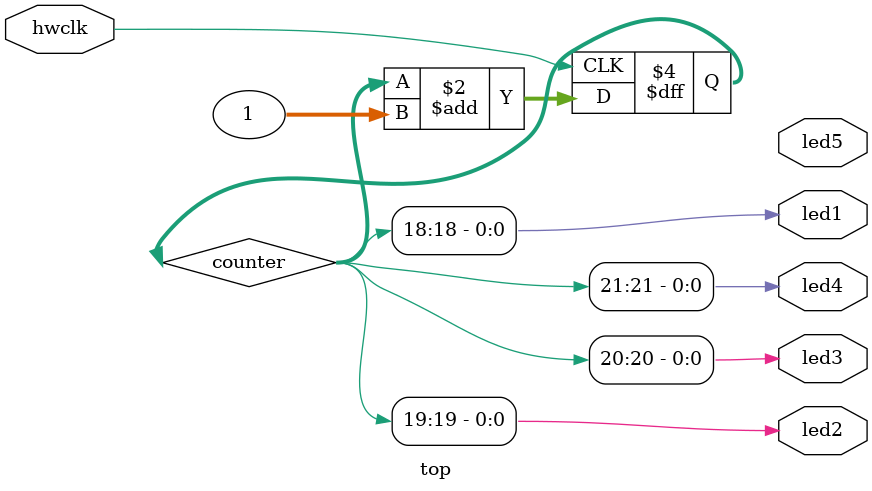
<source format=v>
module top (hwclk, led1, led2, led3, led4, led5);
    /* I/O */
    input hwclk;
    output led1;
    output led2;
    output led3;
    output led4;
    output led5;

    /* Counter register */
    reg [31:0] counter = 32'b0;

    /* LED drivers */
    assign led1 = counter[18];
    assign led2 = counter[19];
    assign led3 = counter[20];
    assign led4 = counter[21];

    /* always */
    always @ (posedge hwclk) begin
        counter <= counter + 1;
    end

endmodule

</source>
